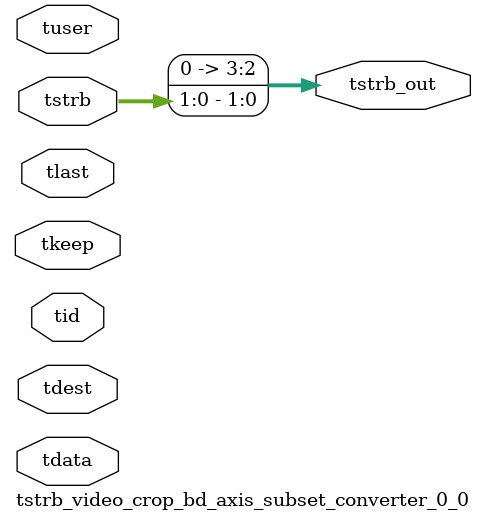
<source format=v>


`timescale 1ps/1ps

module tstrb_video_crop_bd_axis_subset_converter_0_0 #
(
parameter C_S_AXIS_TDATA_WIDTH = 32,
parameter C_S_AXIS_TUSER_WIDTH = 0,
parameter C_S_AXIS_TID_WIDTH   = 0,
parameter C_S_AXIS_TDEST_WIDTH = 0,
parameter C_M_AXIS_TDATA_WIDTH = 32
)
(
input  [(C_S_AXIS_TDATA_WIDTH == 0 ? 1 : C_S_AXIS_TDATA_WIDTH)-1:0     ] tdata,
input  [(C_S_AXIS_TUSER_WIDTH == 0 ? 1 : C_S_AXIS_TUSER_WIDTH)-1:0     ] tuser,
input  [(C_S_AXIS_TID_WIDTH   == 0 ? 1 : C_S_AXIS_TID_WIDTH)-1:0       ] tid,
input  [(C_S_AXIS_TDEST_WIDTH == 0 ? 1 : C_S_AXIS_TDEST_WIDTH)-1:0     ] tdest,
input  [(C_S_AXIS_TDATA_WIDTH/8)-1:0 ] tkeep,
input  [(C_S_AXIS_TDATA_WIDTH/8)-1:0 ] tstrb,
input                                                                    tlast,
output [(C_M_AXIS_TDATA_WIDTH/8)-1:0 ] tstrb_out
);

assign tstrb_out = {tstrb[1:0]};

endmodule


</source>
